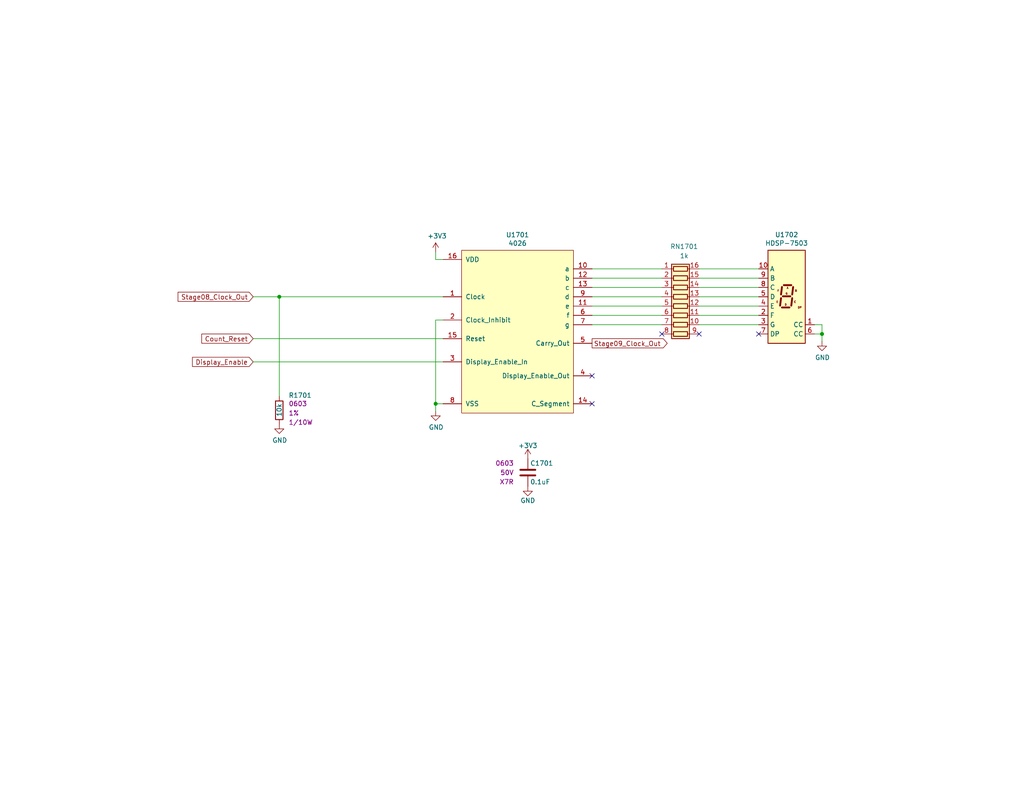
<source format=kicad_sch>
(kicad_sch (version 20230121) (generator eeschema)
  (paper "A")
  (title_block (title "Incrementor") (date "2019-09-03") (rev "A") (company "Drew Maatman"))
  (lib_symbols
    (symbol "Custom_Library:4026" (pin_names (offset 1.016))
      (property "Reference" "U" (at 30.48 -43.18 0))
      (property "Value" "4026" (at 20.32 3.81 0))
      (symbol "4026_0_1"
        (rectangle (start 5.08 2.54) (end 35.56 -41.91) (fill (type background)))
      )
      (symbol "4026_1_1"
        (pin input line (at 0 -10.16 0) (length 5.08) (name "Clock") (number "1"))
        (pin output line (at 40.64 -2.54 180) (length 5.08) (name "a") (number "10"))
        (pin output line (at 40.64 -12.7 180) (length 5.08) (name "e") (number "11"))
        (pin output line (at 40.64 -5.08 180) (length 5.08) (name "b") (number "12"))
        (pin output line (at 40.64 -7.62 180) (length 5.08) (name "c") (number "13"))
        (pin output line (at 40.64 -39.37 180) (length 5.08) (name "C_Segment") (number "14"))
        (pin input line (at 0 -21.59 0) (length 5.08) (name "Reset") (number "15"))
        (pin power_in line (at 0 0 0) (length 5.08) (name "VDD") (number "16"))
        (pin input line (at 0 -16.51 0) (length 5.08) (name "Clock_Inhibit") (number "2"))
        (pin input line (at 0 -27.94 0) (length 5.08) (name "Display_Enable_In") (number "3"))
        (pin output line (at 40.64 -31.75 180) (length 5.08) (name "Display_Enable_Out") (number "4"))
        (pin output line (at 40.64 -22.86 180) (length 5.08) (name "Carry_Out") (number "5"))
        (pin output line (at 40.64 -15.24 180) (length 5.08) (name "f") (number "6"))
        (pin output line (at 40.64 -17.78 180) (length 5.08) (name "g") (number "7"))
        (pin power_in line (at 0 -39.37 0) (length 5.08) (name "VSS") (number "8"))
        (pin output line (at 40.64 -10.16 180) (length 5.08) (name "d") (number "9"))
      )
    )
    (symbol "Custom_Library:C_Custom" (pin_numbers hide) (pin_names (offset 0.254))
      (property "Reference" "C" (at 0.635 2.54 0))
      (property "Value" "C_Custom" (at 0.635 -2.54 0))
      (property "display_footprint" "Foot" (at -3.81 2.54 0))
      (property "Voltage" "V" (at -3.81 0 0))
      (property "Dielectric" "Er" (at -3.81 -2.54 0))
      (symbol "C_Custom_0_1"
        (polyline (pts (xy -2.032 -0.762) (xy 2.032 -0.762)) (stroke (width 0.508)))
        (polyline (pts (xy -2.032 0.762) (xy 2.032 0.762)) (stroke (width 0.508)))
      )
      (symbol "C_Custom_1_1"
        (pin passive line (at 0 3.81 270) (length 2.794) (name "~") (number "1"))
        (pin passive line (at 0 -3.81 90) (length 2.794) (name "~") (number "2"))
      )
    )
    (symbol "Custom_Library:R_Custom" (pin_numbers hide) (pin_names (offset 1.016) hide)
      (property "Reference" "R" (at -2.54 0 90))
      (property "Value" "R_Custom" (at 0 0 90))
      (property "display_footprint" "Foot" (at 2.54 0 90))
      (property "Tolerance" "Tol" (at 5.08 0 90))
      (property "Wattage" "W" (at 7.62 0 90))
      (symbol "R_Custom_0_1"
        (rectangle (start 1.016 2.54) (end -1.016 -2.54) (stroke (width 0.254)))
      )
      (symbol "R_Custom_1_1"
        (pin passive line (at 0 3.81 270) (length 1.27) (name "1") (number "1"))
        (pin passive line (at 0 -3.81 90) (length 1.27) (name "2") (number "2"))
      )
    )
    (symbol "Device:R_Pack08" (pin_names (offset 0) hide)
      (property "Reference" "RN" (at -12.7 0 90))
      (property "Value" "R_Pack08" (at 10.16 0 90))
      (symbol "R_Pack08_0_1"
        (rectangle (start -11.43 -2.413) (end 8.89 2.413) (stroke (width 0.254)) (fill (type background)))
        (rectangle (start -10.795 1.905) (end -9.525 -1.905) (stroke (width 0.254)))
        (rectangle (start -8.255 1.905) (end -6.985 -1.905) (stroke (width 0.254)))
        (rectangle (start -5.715 1.905) (end -4.445 -1.905) (stroke (width 0.254)))
        (rectangle (start -3.175 1.905) (end -1.905 -1.905) (stroke (width 0.254)))
        (rectangle (start -0.635 1.905) (end 0.635 -1.905) (stroke (width 0.254)))
        (polyline (pts (xy -10.16 -2.54) (xy -10.16 -1.905)))
        (polyline (pts (xy -10.16 1.905) (xy -10.16 2.54)))
        (polyline (pts (xy -7.62 -2.54) (xy -7.62 -1.905)))
        (polyline (pts (xy -7.62 1.905) (xy -7.62 2.54)))
        (polyline (pts (xy -5.08 -2.54) (xy -5.08 -1.905)))
        (polyline (pts (xy -5.08 1.905) (xy -5.08 2.54)))
        (polyline (pts (xy -2.54 -2.54) (xy -2.54 -1.905)))
        (polyline (pts (xy -2.54 1.905) (xy -2.54 2.54)))
        (polyline (pts (xy 0 -2.54) (xy 0 -1.905)))
        (polyline (pts (xy 0 1.905) (xy 0 2.54)))
        (polyline (pts (xy 2.54 -2.54) (xy 2.54 -1.905)))
        (polyline (pts (xy 2.54 1.905) (xy 2.54 2.54)))
        (polyline (pts (xy 5.08 -2.54) (xy 5.08 -1.905)))
        (polyline (pts (xy 5.08 1.905) (xy 5.08 2.54)))
        (polyline (pts (xy 7.62 -2.54) (xy 7.62 -1.905)))
        (polyline (pts (xy 7.62 1.905) (xy 7.62 2.54)))
        (rectangle (start 1.905 1.905) (end 3.175 -1.905) (stroke (width 0.254)))
        (rectangle (start 4.445 1.905) (end 5.715 -1.905) (stroke (width 0.254)))
        (rectangle (start 6.985 1.905) (end 8.255 -1.905) (stroke (width 0.254)))
      )
      (symbol "R_Pack08_1_1"
        (pin passive line (at -10.16 -5.08 90) (length 2.54) (name "R1.1") (number "1"))
        (pin passive line (at 5.08 5.08 270) (length 2.54) (name "R7.2") (number "10"))
        (pin passive line (at 2.54 5.08 270) (length 2.54) (name "R6.2") (number "11"))
        (pin passive line (at 0 5.08 270) (length 2.54) (name "R5.2") (number "12"))
        (pin passive line (at -2.54 5.08 270) (length 2.54) (name "R4.2") (number "13"))
        (pin passive line (at -5.08 5.08 270) (length 2.54) (name "R3.2") (number "14"))
        (pin passive line (at -7.62 5.08 270) (length 2.54) (name "R2.2") (number "15"))
        (pin passive line (at -10.16 5.08 270) (length 2.54) (name "R1.2") (number "16"))
        (pin passive line (at -7.62 -5.08 90) (length 2.54) (name "R2.1") (number "2"))
        (pin passive line (at -5.08 -5.08 90) (length 2.54) (name "R3.1") (number "3"))
        (pin passive line (at -2.54 -5.08 90) (length 2.54) (name "R4.1") (number "4"))
        (pin passive line (at 0 -5.08 90) (length 2.54) (name "R5.1") (number "5"))
        (pin passive line (at 2.54 -5.08 90) (length 2.54) (name "R6.1") (number "6"))
        (pin passive line (at 5.08 -5.08 90) (length 2.54) (name "R7.1") (number "7"))
        (pin passive line (at 7.62 -5.08 90) (length 2.54) (name "R8.1") (number "8"))
        (pin passive line (at 7.62 5.08 270) (length 2.54) (name "R8.2") (number "9"))
      )
    )
    (symbol "Display_Character:HDSP-7503"
      (property "Reference" "U" (at -3.81 13.97 0))
      (property "Value" "HDSP-7503" (at 6.35 13.97 0))
      (symbol "HDSP-7503_1_0"
        (text "A" (at 0.254 2.413 0) (effects (font (size 0.508 0.508))))
        (text "B" (at 2.54 1.651 0) (effects (font (size 0.508 0.508))))
        (text "C" (at 2.286 -1.397 0) (effects (font (size 0.508 0.508))))
        (text "D" (at -0.254 -2.159 0) (effects (font (size 0.508 0.508))))
        (text "DP" (at 3.556 -2.921 0) (effects (font (size 0.508 0.508))))
        (text "E" (at -2.54 -1.397 0) (effects (font (size 0.508 0.508))))
        (text "F" (at -2.286 1.651 0) (effects (font (size 0.508 0.508))))
        (text "G" (at 0 0.889 0) (effects (font (size 0.508 0.508))))
      )
      (symbol "HDSP-7503_1_1"
        (rectangle (start -5.08 12.7) (end 5.08 -12.7) (stroke (width 0.254)) (fill (type background)))
        (polyline (pts (xy -1.524 -0.381) (xy -1.778 -2.413)) (stroke (width 0.508)))
        (polyline (pts (xy -1.27 -2.921) (xy 0.762 -2.921)) (stroke (width 0.508)))
        (polyline (pts (xy -1.27 2.667) (xy -1.524 0.635)) (stroke (width 0.508)))
        (polyline (pts (xy -1.016 0.127) (xy 1.016 0.127)) (stroke (width 0.508)))
        (polyline (pts (xy -0.762 3.175) (xy 1.27 3.175)) (stroke (width 0.508)))
        (polyline (pts (xy 1.524 -0.381) (xy 1.27 -2.413)) (stroke (width 0.508)))
        (polyline (pts (xy 1.778 2.667) (xy 1.524 0.635)) (stroke (width 0.508)))
        (polyline (pts (xy 2.54 -2.921) (xy 2.54 -2.921)) (stroke (width 0.508)))
        (pin input line (at 7.62 -7.62 180) (length 2.54) (name "CC") (number "1"))
        (pin input line (at -7.62 7.62 0) (length 2.54) (name "A") (number "10"))
        (pin input line (at -7.62 -5.08 0) (length 2.54) (name "F") (number "2"))
        (pin input line (at -7.62 -7.62 0) (length 2.54) (name "G") (number "3"))
        (pin input line (at -7.62 -2.54 0) (length 2.54) (name "E") (number "4"))
        (pin input line (at -7.62 0 0) (length 2.54) (name "D") (number "5"))
        (pin input line (at 7.62 -10.16 180) (length 2.54) (name "CC") (number "6"))
        (pin input line (at -7.62 -10.16 0) (length 2.54) (name "DP") (number "7"))
        (pin input line (at -7.62 2.54 0) (length 2.54) (name "C") (number "8"))
        (pin input line (at -7.62 5.08 0) (length 2.54) (name "B") (number "9"))
      )
    )
    (symbol "Incrementor-rescue:+3.3V-power" (power) (pin_names (offset 0))
      (property "Value" "+3.3V-power" (at 0 3.556 0))
      (symbol "+3.3V-power_0_1"
        (polyline (pts (xy -0.762 1.27) (xy 0 2.54)))
        (polyline (pts (xy 0 0) (xy 0 2.54)))
        (polyline (pts (xy 0 2.54) (xy 0.762 1.27)))
      )
      (symbol "+3.3V-power_1_1"
        (pin power_in line (at 0 0 90) (length 0) hide (name "+3V3") (number "1"))
      )
    )
    (symbol "power:GND" (power) (pin_names (offset 0))
      (property "Value" "GND" (at 0 -3.81 0))
      (symbol "GND_0_1"
        (polyline (pts (xy 0 0) (xy 0 -1.27) (xy 1.27 -1.27) (xy 0 -2.54) (xy -1.27 -1.27) (xy 0 -1.27)))
      )
      (symbol "GND_1_1"
        (pin power_in line (at 0 0 270) (length 0) hide (name "GND") (number "1"))
      )
    )
  )
  (junction (at 76.2 81.026))
  (junction (at 118.872 110.236))
  (junction (at 224.282 91.186))
  (no_connect (at 180.594 91.186))
  (no_connect (at 207.01 91.186))
  (no_connect (at 190.754 91.186))
  (no_connect (at 161.544 110.236))
  (no_connect (at 161.544 102.616))
  (wire (pts (xy 190.754 86.106) (xy 207.01 86.106)))
  (wire (pts (xy 161.544 81.026) (xy 180.594 81.026)))
  (wire (pts (xy 120.904 81.026) (xy 76.2 81.026)))
  (wire (pts (xy 69.088 92.456) (xy 120.904 92.456)))
  (wire (pts (xy 161.544 86.106) (xy 180.594 86.106)))
  (wire (pts (xy 118.872 70.866) (xy 120.904 70.866)))
  (wire (pts (xy 161.544 88.646) (xy 180.594 88.646)))
  (wire (pts (xy 118.872 112.268) (xy 118.872 110.236)))
  (wire (pts (xy 190.754 88.646) (xy 207.01 88.646)))
  (wire (pts (xy 69.088 98.806) (xy 120.904 98.806)))
  (wire (pts (xy 76.2 81.026) (xy 76.2 108.204)))
  (wire (pts (xy 118.872 68.834) (xy 118.872 70.866)))
  (wire (pts (xy 161.544 75.946) (xy 180.594 75.946)))
  (wire (pts (xy 190.754 83.566) (xy 207.01 83.566)))
  (wire (pts (xy 118.872 87.376) (xy 118.872 110.236)))
  (wire (pts (xy 161.544 73.406) (xy 180.594 73.406)))
  (wire (pts (xy 118.872 110.236) (xy 120.904 110.236)))
  (wire (pts (xy 190.754 75.946) (xy 207.01 75.946)))
  (wire (pts (xy 224.282 93.218) (xy 224.282 91.186)))
  (wire (pts (xy 190.754 73.406) (xy 207.01 73.406)))
  (wire (pts (xy 69.088 81.026) (xy 76.2 81.026)))
  (wire (pts (xy 222.25 91.186) (xy 224.282 91.186)))
  (wire (pts (xy 190.754 81.026) (xy 207.01 81.026)))
  (wire (pts (xy 224.282 91.186) (xy 224.282 88.646)))
  (wire (pts (xy 161.544 83.566) (xy 180.594 83.566)))
  (wire (pts (xy 161.544 78.486) (xy 180.594 78.486)))
  (wire (pts (xy 120.904 87.376) (xy 118.872 87.376)))
  (wire (pts (xy 224.282 88.646) (xy 222.25 88.646)))
  (wire (pts (xy 190.754 78.486) (xy 207.01 78.486)))
  (global_label "Display_Enable" (shape input) (at 69.088 98.806 180) (property "Intersheetrefs" "${INTERSHEET_REFS}" (effects hide)))
  (global_label "Count_Reset" (shape input) (at 69.088 92.456 180) (property "Intersheetrefs" "${INTERSHEET_REFS}" (effects hide)))
  (global_label "Stage09_Clock_Out" (shape output) (at 161.544 93.726 0) (property "Intersheetrefs" "${INTERSHEET_REFS}" (effects hide)))
  (global_label "Stage08_Clock_Out" (shape input) (at 69.088 81.026 180) (property "Intersheetrefs" "${INTERSHEET_REFS}" (effects hide)))
  (symbol (lib_id "Custom_Library:4026") (at 120.904 70.866 0) (unit 1)
    (property "Reference" "U1701" (at 141.224 64.135 0))
    (property "Value" "4026" (at 141.224 66.4464 0))
    (property "Footprint" "Housings_SSOP:TSSOP-16_4.4x5mm_Pitch0.65mm" (effects hide))
    (property "Digi-Key PN" "296-32878-5-ND" (effects hide))
    (instances (project "Incrementor" (path "" (reference "U1701") (unit 1)) (path "" (reference "U?") (unit 1))))
  )
  (symbol (lib_id "Incrementor-rescue:+3.3V-power") (at 118.872 68.834 0) (unit 1)
    (property "Reference" "#PWR01704" (effects hide))
    (property "Value" "+3.3V" (at 119.253 64.4398 0))
    (instances (project "Incrementor" (path "" (reference "#PWR01704") (unit 1)) (path "" (reference "#PWR?") (unit 1))))
  )
  (symbol (lib_id "power:GND") (at 118.872 112.268 0) (unit 1)
    (property "Reference" "#PWR01705" (effects hide))
    (property "Value" "GND" (at 118.999 116.6622 0))
    (instances (project "Incrementor" (path "" (reference "#PWR01705") (unit 1)) (path "" (reference "#PWR?") (unit 1))))
  )
  (symbol (lib_id "Device:R_Pack08") (at 185.674 83.566 270) (unit 1)
    (property "Reference" "RN1701" (at 186.69 67.31 90))
    (property "Value" "1k" (at 186.69 69.85 90))
    (property "Footprint" "Resistor_SMD:R_Cat16-8" (effects hide))
    (property "Digi-Key PN" "CAT16-102J8LFCT-ND" (effects hide))
    (instances (project "Incrementor" (path "" (reference "RN1701") (unit 1)) (path "" (reference "RN?") (unit 1))))
  )
  (symbol (lib_id "Display_Character:HDSP-7503") (at 214.63 81.026 0) (unit 1)
    (property "Reference" "U1702" (at 214.63 64.0842 0))
    (property "Value" "HDSP-7503" (at 214.63 66.3956 0))
    (property "Footprint" "Display_7Segment:HDSP-A151" (effects hide))
    (property "Datasheet" "https://docs.broadcom.com/docs/AV02-2553EN" (effects hide))
    (property "Digi-Key PN" "516-1203-5-ND" (effects hide))
    (instances (project "Incrementor" (path "" (reference "U1702") (unit 1)) (path "" (reference "U?") (unit 1))))
  )
  (symbol (lib_id "power:GND") (at 224.282 93.218 0) (unit 1)
    (property "Reference" "#PWR01708" (effects hide))
    (property "Value" "GND" (at 224.409 97.6122 0))
    (instances (project "Incrementor" (path "" (reference "#PWR01708") (unit 1)) (path "" (reference "#PWR?") (unit 1))))
  )
  (symbol (lib_id "Custom_Library:R_Custom") (at 76.2 112.014 0) (unit 1)
    (property "Reference" "R1701" (at 78.74 107.95 0) (effects (justify left)))
    (property "Value" "10k" (at 76.2 113.792 90) (effects (justify left)))
    (property "Footprint" "Resistors_SMD:R_0603" (effects hide))
    (property "display_footprint" "0603" (at 78.74 110.236 0) (effects (justify left)))
    (property "Tolerance" "1%" (at 78.74 112.776 0) (effects (justify left)))
    (property "Wattage" "1/10W" (at 78.74 115.316 0) (effects (justify left)))
    (property "Digi-Key PN" "RMCF0603FT10K0CT-ND" (effects hide))
    (instances (project "Incrementor" (path "" (reference "R1701") (unit 1)) (path "" (reference "R?") (unit 1))))
  )
  (symbol (lib_id "power:GND") (at 76.2 115.824 0) (unit 1)
    (property "Reference" "#PWR01701" (effects hide))
    (property "Value" "GND" (at 76.327 120.2182 0))
    (instances (project "Incrementor" (path "" (reference "#PWR01701") (unit 1)) (path "" (reference "#PWR?") (unit 1))))
  )
  (symbol (lib_id "Custom_Library:C_Custom") (at 144.018 129.032 0) (unit 1)
    (property "Reference" "C1701" (at 144.653 126.492 0) (effects (justify left)))
    (property "Value" "0.1uF" (at 144.653 131.572 0) (effects (justify left)))
    (property "Footprint" "Capacitors_SMD:C_0603" (effects hide))
    (property "display_footprint" "0603" (at 140.208 126.492 0) (effects (justify right)))
    (property "Voltage" "50V" (at 140.208 129.032 0) (effects (justify right)))
    (property "Dielectric" "X7R" (at 140.208 131.572 0) (effects (justify right)))
    (property "Digi-Key PN" "311-1344-1-ND" (effects hide))
    (instances (project "Incrementor" (path "" (reference "C1701") (unit 1)) (path "" (reference "C?") (unit 1))))
  )
  (symbol (lib_id "power:GND") (at 144.018 132.842 0) (unit 1)
    (property "Reference" "#PWR01707" (effects hide))
    (property "Value" "GND" (at 144.018 136.652 0))
    (instances (project "Incrementor" (path "" (reference "#PWR01707") (unit 1)) (path "" (reference "#PWR?") (unit 1))))
  )
  (symbol (lib_id "Incrementor-rescue:+3.3V-power") (at 144.018 125.222 0) (unit 1)
    (property "Reference" "#PWR01706" (effects hide))
    (property "Value" "+3.3V" (at 144.018 121.666 0))
    (instances (project "Incrementor" (path "" (reference "#PWR01706") (unit 1)) (path "" (reference "#PWR?") (unit 1))))
  )
)
</source>
